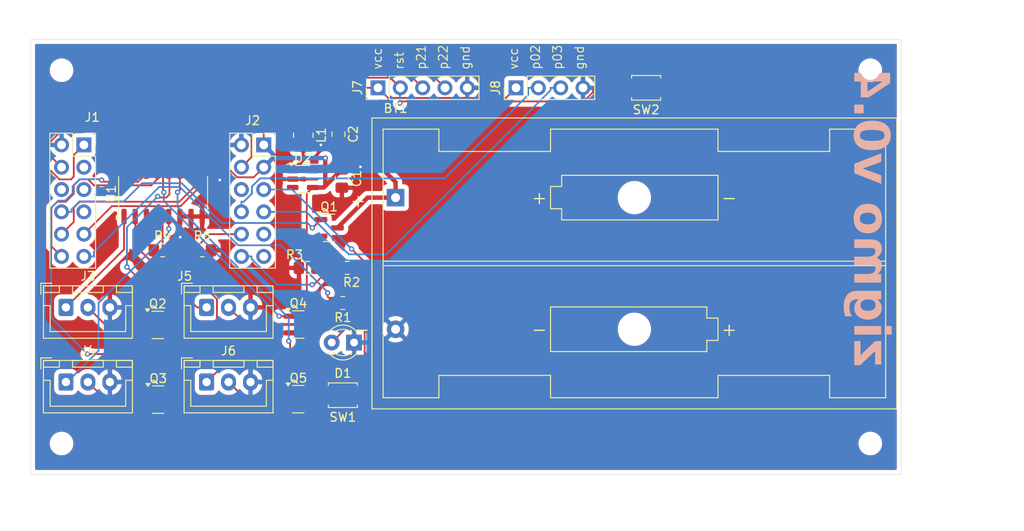
<source format=kicad_pcb>
(kicad_pcb (version 20240108) (generator "pcbnew") (generator_version "8.0")
  (layers (0 "F.Cu" signal) (31 "B.Cu" signal) (34 "B.Paste" user) (35 "F.Paste" user) (36 "B.SilkS" user "B.Silkscreen") (37 "F.SilkS" user "F.Silkscreen") (38 "B.Mask" user) (39 "F.Mask" user) (44 "Edge.Cuts" user))
  (net 0 "")
  (net 1 "Net-(BT1-+)")
  (net 2 "GND")
  (net 3 "Net-(D1-A)")
  (net 4 "/P20")
  (net 5 "/P14")
  (net 6 "/P16")
  (net 7 "/P11")
  (net 8 "/P15")
  (net 9 "/P17")
  (net 10 "/P13")
  (net 11 "/P10")
  (net 12 "/P12")
  (net 13 "/P04")
  (net 14 "/P05")
  (net 15 "/P00")
  (net 16 "/P06")
  (net 17 "/P03")
  (net 18 "/RST")
  (net 19 "/P07")
  (net 20 "/P02")
  (net 21 "/P01")
  (net 22 "Net-(J3-Pin_1)")
  (net 23 "Net-(J3-Pin_2)")
  (net 24 "Net-(J4-Pin_1)")
  (net 25 "Net-(J4-Pin_2)")
  (net 26 "Net-(J5-Pin_1)")
  (net 27 "Net-(J5-Pin_2)")
  (net 28 "Net-(J6-Pin_2)")
  (net 29 "Net-(J6-Pin_1)")
  (net 30 "Net-(U2-SW)")
  (net 31 "Net-(Q1-E)")
  (net 32 "/VCC")
  (net 33 "/P22")
  (net 34 "/P21")
  (net 37 "Net-(Q2-B)")
  (net 38 "Net-(Q3-B)")
  (net 39 "Net-(Q4-B)")
  (net 40 "Net-(Q5-B)")
  (net 41 "Net-(U1-Y)")
  (footprint "Connector_PinSocket_2.54mm:PinSocket_2x06_P2.54mm_Vertical" (layer "F.Cu") (at 134.5 66)
    (property "Reference" "J2" (at -1.27 -2.77 0) (layer "F.SilkS"))
    (property "Value" "Conn_02x06_R")
    (pad "1" thru_hole rect (at 0 0) (size 1.7 1.7) (drill 1) (layers "*.Cu" "*.Mask") (net 32 "/VCC"))
    (pad "2" thru_hole oval (at -2.54 0) (size 1.7 1.7) (drill 1) (layers "*.Cu" "*.Mask") (net 2 "GND"))
    (pad "3" thru_hole oval (at 0 2.54) (size 1.7 1.7) (drill 1) (layers "*.Cu" "*.Mask") (net 32 "/VCC"))
    (pad "4" thru_hole oval (at -2.54 2.54) (size 1.7 1.7) (drill 1) (layers "*.Cu" "*.Mask") (net 18 "/RST"))
    (pad "5" thru_hole oval (at 0 5.08) (size 1.7 1.7) (drill 1) (layers "*.Cu" "*.Mask") (net 21 "/P01"))
    (pad "6" thru_hole oval (at -2.54 5.08) (size 1.7 1.7) (drill 1) (layers "*.Cu" "*.Mask") (net 15 "/P00"))
    (pad "7" thru_hole oval (at 0 7.62) (size 1.7 1.7) (drill 1) (layers "*.Cu" "*.Mask") (net 17 "/P03"))
    (pad "8" thru_hole oval (at -2.54 7.62) (size 1.7 1.7) (drill 1) (layers "*.Cu" "*.Mask") (net 20 "/P02"))
    (pad "9" thru_hole oval (at 0 10.16) (size 1.7 1.7) (drill 1) (layers "*.Cu" "*.Mask") (net 14 "/P05"))
    (pad "10" thru_hole oval (at -2.54 10.16) (size 1.7 1.7) (drill 1) (layers "*.Cu" "*.Mask") (net 13 "/P04"))
    (pad "11" thru_hole oval (at 0 12.7) (size 1.7 1.7) (drill 1) (layers "*.Cu" "*.Mask") (net 19 "/P07"))
    (pad "12" thru_hole oval (at -2.54 12.7) (size 1.7 1.7) (drill 1) (layers "*.Cu" "*.Mask") (net 16 "/P06"))
  )
  (footprint "Resistor_SMD:R_0805_2012Metric_Pad1.20x1.40mm_HandSolder" (layer "F.Cu") (at 127.5 78)
    (property "Reference" "R6" (at 0 -1.65 0) (layer "F.SilkS"))
    (property "Value" "R")
    (pad "1" smd roundrect (at -1 0) (size 1.2 1.4) (layers "F.Cu" "F.Paste" "F.Mask") (roundrect_rratio 0.208333) (net 13 "/P04"))
    (pad "2" smd roundrect (at 1 0) (size 1.2 1.4) (layers "F.Cu" "F.Paste" "F.Mask") (roundrect_rratio 0.208333) (net 2 "GND"))
  )
  (footprint "Resistor_SMD:R_0805_2012Metric_Pad1.20x1.40mm_HandSolder" (layer "F.Cu") (at 143.5 84 180)
    (property "Reference" "R1" (at 0 -1.65 0) (layer "F.SilkS"))
    (property "Value" "47")
    (pad "1" smd roundrect (at -1 0 180) (size 1.2 1.4) (layers "F.Cu" "F.Paste" "F.Mask") (roundrect_rratio 0.208333) (net 3 "Net-(D1-A)"))
    (pad "2" smd roundrect (at 1 0 180) (size 1.2 1.4) (layers "F.Cu" "F.Paste" "F.Mask") (roundrect_rratio 0.208333) (net 11 "/P10"))
  )
  (footprint "Resistor_SMD:R_0805_2012Metric_Pad1.20x1.40mm_HandSolder" (layer "F.Cu") (at 123 78)
    (property "Reference" "R4" (at 0 -1.65 0) (layer "F.SilkS"))
    (property "Value" "R")
    (pad "1" smd roundrect (at -1 0) (size 1.2 1.4) (layers "F.Cu" "F.Paste" "F.Mask") (roundrect_rratio 0.208333) (net 41 "Net-(U1-Y)"))
    (pad "2" smd roundrect (at 1 0) (size 1.2 1.4) (layers "F.Cu" "F.Paste" "F.Mask") (roundrect_rratio 0.208333) (net 13 "/P04"))
  )
  (footprint "Resistor_SMD:R_0805_2012Metric_Pad1.20x1.40mm_HandSolder" (layer "F.Cu") (at 144 80 180)
    (property "Reference" "R2" (at -0.5 -1.65 0) (layer "F.SilkS"))
    (property "Value" "22 ohm")
    (pad "1" smd roundrect (at -1 0 180) (size 1.2 1.4) (layers "F.Cu" "F.Paste" "F.Mask") (roundrect_rratio 0.208333) (net 31 "Net-(Q1-E)"))
    (pad "2" smd roundrect (at 1 0 180) (size 1.2 1.4) (layers "F.Cu" "F.Paste" "F.Mask") (roundrect_rratio 0.208333) (net 16 "/P06"))
  )
  (footprint "MountingHole:MountingHole_2.2mm_M2" (layer "F.Cu") (at 111.5 57.5)
    (property "Reference" "REF4" (hide yes))
    (property "Value" "MountingHole_2.2mm_M2" (hide yes))
    (pad "" np_thru_hole circle (at 0 0) (size 2.2 2.2) (drill 2.2) (layers "F&B.Cu" "*.Mask"))
  )
  (footprint "Inductor_SMD:L_1008_2520Metric_Pad1.43x2.20mm_HandSolder" (layer "F.Cu") (at 139 64.9 -90)
    (property "Reference" "L1" (at 0 -2.05 90) (layer "F.SilkS"))
    (property "Value" "4.7mh")
    (pad "1" smd roundrect (at -1.1625 0 270) (size 1.425 2.2) (layers "F.Cu" "F.Paste" "F.Mask") (roundrect_rratio 0.175439) (net 1 "Net-(BT1-+)"))
    (pad "2" smd roundrect (at 1.1625 0 270) (size 1.425 2.2) (layers "F.Cu" "F.Paste" "F.Mask") (roundrect_rratio 0.175439) (net 30 "Net-(U2-SW)"))
  )
  (footprint "Connector_PinHeader_2.54mm:PinHeader_1x04_P2.54mm_Vertical" (layer "F.Cu") (at 163.2 59.5 90)
    (property "Reference" "J8" (at 0 -2.33 90) (layer "F.SilkS"))
    (property "Value" "UART")
    (pad "1" thru_hole rect (at 0 0 90) (size 1.7 1.7) (drill 1) (layers "*.Cu" "*.Mask") (net 32 "/VCC"))
    (pad "2" thru_hole oval (at 0 2.54 90) (size 1.7 1.7) (drill 1) (layers "*.Cu" "*.Mask") (net 20 "/P02"))
    (pad "3" thru_hole oval (at 0 5.08 90) (size 1.7 1.7) (drill 1) (layers "*.Cu" "*.Mask") (net 17 "/P03"))
    (pad "4" thru_hole oval (at 0 7.62 90) (size 1.7 1.7) (drill 1) (layers "*.Cu" "*.Mask") (net 2 "GND"))
  )
  (footprint "Button_Switch_SMD:SW_SPST_B3U-1000P" (layer "F.Cu") (at 143.5 94.5 180)
    (property "Reference" "SW1" (at 0 -2.5 0) (layer "F.SilkS"))
    (property "Value" "SW_Push")
    (pad "1" smd rect (at -1.7 0 180) (size 0.9 1.7) (layers "F.Cu" "F.Paste" "F.Mask") (net 21 "/P01"))
    (pad "2" smd rect (at 1.7 0 180) (size 0.9 1.7) (layers "F.Cu" "F.Paste" "F.Mask") (net 2 "GND"))
  )
  (footprint "Connector_JST:JST_XH_B3B-XH-A_1x03_P2.50mm_Vertical" (layer "F.Cu") (at 128 84.5)
    (property "Reference" "J5" (at -2.5 -3.55 0) (layer "F.SilkS"))
    (property "Value" "Conn_01x03_Socket")
    (pad "1" thru_hole roundrect (at 0 0) (size 1.7 1.95) (drill 0.95) (layers "*.Cu" "*.Mask") (roundrect_rratio 0.147059) (net 26 "Net-(J5-Pin_1)"))
    (pad "2" thru_hole oval (at 2.5 0) (size 1.7 1.95) (drill 0.95) (layers "*.Cu" "*.Mask") (net 27 "Net-(J5-Pin_2)"))
    (pad "3" thru_hole oval (at 5 0) (size 1.7 1.95) (drill 0.95) (layers "*.Cu" "*.Mask") (net 2 "GND"))
  )
  (footprint "Capacitor_SMD:C_0805_2012Metric_Pad1.18x1.45mm_HandSolder" (layer "F.Cu") (at 143 64.775 -90)
    (property "Reference" "C2" (at 0 -1.68 -90) (layer "F.SilkS"))
    (property "Value" "2.2mf")
    (pad "1" smd roundrect (at -1.0375 0 270) (size 1.175 1.45) (layers "F.Cu" "F.Paste" "F.Mask") (roundrect_rratio 0.212766) (net 1 "Net-(BT1-+)"))
    (pad "2" smd roundrect (at 1.0375 0 270) (size 1.175 1.45) (layers "F.Cu" "F.Paste" "F.Mask") (roundrect_rratio 0.212766) (net 2 "GND"))
  )
  (footprint "Connector_JST:JST_XH_B3B-XH-A_1x03_P2.50mm_Vertical" (layer "F.Cu") (at 112 93)
    (property "Reference" "J4" (at 2.5 -3.55 0) (layer "F.SilkS"))
    (property "Value" "Conn_01x03_Socket")
    (pad "1" thru_hole roundrect (at 0 0) (size 1.7 1.95) (drill 0.95) (layers "*.Cu" "*.Mask") (roundrect_rratio 0.147059) (net 24 "Net-(J4-Pin_1)"))
    (pad "2" thru_hole oval (at 2.5 0) (size 1.7 1.95) (drill 0.95) (layers "*.Cu" "*.Mask") (net 25 "Net-(J4-Pin_2)"))
    (pad "3" thru_hole oval (at 5 0) (size 1.7 1.95) (drill 0.95) (layers "*.Cu" "*.Mask") (net 2 "GND"))
  )
  (footprint "Package_TO_SOT_SMD:SOT-23" (layer "F.Cu") (at 138.4375 94.95)
    (property "Reference" "Q5" (at 0 -2.4 0) (layer "F.SilkS"))
    (property "Value" "MMBT2222A")
    (pad "1" smd roundrect (at -0.9375 -0.95) (size 1.475 0.6) (layers "F.Cu" "F.Paste" "F.Mask") (net 40 "Net-(Q5-B)"))
    (pad "2" smd roundrect (at -0.9375 0.95) (size 1.475 0.6) (layers "F.Cu" "F.Paste" "F.Mask") (net 28 "Net-(J6-Pin_2)"))
    (pad "3" smd roundrect (at 0.9375 0) (size 1.475 0.6) (layers "F.Cu" "F.Paste" "F.Mask") (net 32 "/VCC"))
  )
  (footprint "MountingHole:MountingHole_2.2mm_M2" (layer "F.Cu") (at 111.5 100)
    (property "Reference" "REF3" (hide yes))
    (property "Value" "MountingHole_2.2mm_M2" (hide yes))
    (pad "" np_thru_hole circle (at 0 0) (size 2.2 2.2) (drill 2.2) (layers "F&B.Cu" "*.Mask"))
  )
  (footprint "Connector_PinHeader_2.54mm:PinHeader_1x05_P2.54mm_Vertical" (layer "F.Cu") (at 147.5 59.5 90)
    (property "Reference" "J7" (at 0 -2.33 90) (layer "F.SilkS"))
    (property "Value" "DBG")
    (pad "1" thru_hole rect (at 0 0 90) (size 1.7 1.7) (drill 1) (layers "*.Cu" "*.Mask") (net 32 "/VCC"))
    (pad "2" thru_hole oval (at 0 2.54 90) (size 1.7 1.7) (drill 1) (layers "*.Cu" "*.Mask") (net 18 "/RST"))
    (pad "3" thru_hole oval (at 0 5.08 90) (size 1.7 1.7) (drill 1) (layers "*.Cu" "*.Mask") (net 34 "/P21"))
    (pad "4" thru_hole oval (at 0 7.62 90) (size 1.7 1.7) (drill 1) (layers "*.Cu" "*.Mask") (net 33 "/P22"))
    (pad "5" thru_hole oval (at 0 10.16 90) (size 1.7 1.7) (drill 1) (layers "*.Cu" "*.Mask") (net 2 "GND"))
  )
  (footprint "Package_TO_SOT_SMD:SOT-23" (layer "F.Cu") (at 141.9375 75.45)
    (property "Reference" "Q1" (at 0 -2.4 0) (layer "F.SilkS"))
    (property "Value" "MMBT2222A")
    (pad "1" smd roundrect (at -0.9375 -0.95) (size 1.475 0.6) (layers "F.Cu" "F.Paste" "F.Mask") (net 8 "/P15"))
    (pad "2" smd roundrect (at -0.9375 0.95) (size 1.475 0.6) (layers "F.Cu" "F.Paste" "F.Mask") (net 31 "Net-(Q1-E)"))
    (pad "3" smd roundrect (at 0.9375 0) (size 1.475 0.6) (layers "F.Cu" "F.Paste" "F.Mask") (net 1 "Net-(BT1-+)"))
  )
  (footprint "Battery:BatteryHolder_Keystone_2462_2xAA" (layer "F.Cu") (at 149.5 72)
    (property "Reference" "BT1" (at 0 -10.16 180) (layer "F.SilkS"))
    (property "Value" "Battery")
    (fp_text user "+" (at -4.25695 0.33445 0) (layer "F.SilkS") (effects (font (size 1.5 1.5))))
    (fp_text user "-" (at -3.81 14.99 0) (layer "F.SilkS") (effects (font (size 1.5 1.5))))
    (fp_text user "-" (at 37.945 0 0) (layer "F.SilkS") (effects (font (size 1.5 1.5))))
    (fp_text user "+" (at 16.355 0 0) (layer "F.SilkS") (effects (font (size 1.5 1.5))))
    (fp_text user "+" (at 37.945 14.99 0) (layer "F.SilkS") (effects (font (size 1.5 1.5))))
    (fp_text user "-" (at 16.355 14.99 0) (layer "F.SilkS") (effects (font (size 1.5 1.5))))
    (pad "" np_thru_hole circle (at 27.165 0) (size 3.3 3.3) (drill 3.3) (layers "*.Cu" "*.Mask"))
    (pad "" np_thru_hole circle (at 27.165 14.99) (size 3.3 3.3) (drill 3.3) (layers "*.Cu" "*.Mask"))
    (pad "1" thru_hole rect (at 0 0) (size 2 2) (drill 1.02) (layers "*.Cu" "*.Mask") (net 1 "Net-(BT1-+)"))
    (pad "2" thru_hole circle (at 0 14.99) (size 2 2) (drill 1.02) (layers "*.Cu" "*.Mask") (net 2 "GND"))
  )
  (footprint "Connector_PinSocket_2.54mm:PinSocket_2x06_P2.54mm_Vertical" (layer "F.Cu") (at 114.04 66)
    (property "Reference" "J1" (at 0.96 -3.15 0) (layer "F.SilkS"))
    (property "Value" "Conn_02x06_L")
    (pad "1" thru_hole rect (at 0 0) (size 1.7 1.7) (drill 1) (layers "*.Cu" "*.Mask") (net 33 "/P22"))
    (pad "2" thru_hole oval (at -2.54 0) (size 1.7 1.7) (drill 1) (layers "*.Cu" "*.Mask") (net 2 "GND"))
    (pad "3" thru_hole oval (at 0 2.54) (size 1.7 1.7) (drill 1) (layers "*.Cu" "*.Mask") (net 4 "/P20"))
    (pad "4" thru_hole oval (at -2.54 2.54) (size 1.7 1.7) (drill 1) (layers "*.Cu" "*.Mask") (net 34 "/P21"))
    (pad "5" thru_hole oval (at 0 5.08) (size 1.7 1.7) (drill 1) (layers "*.Cu" "*.Mask") (net 6 "/P16"))
    (pad "6" thru_hole oval (at -2.54 5.08) (size 1.7 1.7) (drill 1) (layers "*.Cu" "*.Mask") (net 9 "/P17"))
    (pad "7" thru_hole oval (at 0 7.62) (size 1.7 1.7) (drill 1) (layers "*.Cu" "*.Mask") (net 5 "/P14"))
    (pad "8" thru_hole oval (at -2.54 7.62) (size 1.7 1.7) (drill 1) (layers "*.Cu" "*.Mask") (net 8 "/P15"))
    (pad "9" thru_hole oval (at 0 10.16) (size 1.7 1.7) (drill 1) (layers "*.Cu" "*.Mask") (net 12 "/P12"))
    (pad "10" thru_hole oval (at -2.54 10.16) (size 1.7 1.7) (drill 1) (layers "*.Cu" "*.Mask") (net 10 "/P13"))
    (pad "11" thru_hole oval (at 0 12.7) (size 1.7 1.7) (drill 1) (layers "*.Cu" "*.Mask") (net 11 "/P10"))
    (pad "12" thru_hole oval (at -2.54 12.7) (size 1.7 1.7) (drill 1) (layers "*.Cu" "*.Mask") (net 7 "/P11"))
  )
  (footprint "Resistor_SMD:R_0805_2012Metric_Pad1.20x1.40mm_HandSolder" (layer "F.Cu") (at 139.5 80 180)
    (property "Reference" "R3" (at 1.5 1.5 0) (layer "F.SilkS"))
    (property "Value" "10 ohm")
    (pad "1" smd roundrect (at -1 0 180) (size 1.2 1.4) (layers "F.Cu" "F.Paste" "F.Mask") (roundrect_rratio 0.208333) (net 16 "/P06"))
    (pad "2" smd roundrect (at 1 0 180) (size 1.2 1.4) (layers "F.Cu" "F.Paste" "F.Mask") (roundrect_rratio 0.208333) (net 2 "GND"))
  )
  (footprint "Capacitor_SMD:C_0805_2012Metric_Pad1.18x1.45mm_HandSolder" (layer "F.Cu") (at 143.3881 69.8344 -90)
    (property "Reference" "C1" (at 0 -1.68 90) (layer "F.SilkS"))
    (property "Value" "22mf")
    (pad "1" smd roundrect (at -1.0375 0 270) (size 1.175 1.45) (layers "F.Cu" "F.Paste" "F.Mask") (roundrect_rratio 0.212766) (net 32 "/VCC"))
    (pad "2" smd roundrect (at 1.0375 0 270) (size 1.175 1.45) (layers "F.Cu" "F.Paste" "F.Mask") (roundrect_rratio 0.212766) (net 2 "GND"))
  )
  (footprint "MountingHole:MountingHole_2.2mm_M2" (layer "F.Cu") (at 203.5 100)
    (property "Reference" "REF2" (hide yes))
    (property "Value" "MountingHole_2.2mm_M2" (hide yes))
    (pad "" np_thru_hole circle (at 0 0) (size 2.2 2.2) (drill 2.2) (layers "F&B.Cu" "*.Mask"))
  )
  (footprint "Package_TO_SOT_SMD:SOT-23" (layer "F.Cu") (at 138.4375 86.45)
    (property "Reference" "Q4" (at 0 -2.4 0) (layer "F.SilkS"))
    (property "Value" "MMBT2222A")
    (pad "1" smd roundrect (at -0.9375 -0.95) (size 1.475 0.6) (layers "F.Cu" "F.Paste" "F.Mask") (net 39 "Net-(Q4-B)"))
    (pad "2" smd roundrect (at -0.9375 0.95) (size 1.475 0.6) (layers "F.Cu" "F.Paste" "F.Mask") (net 27 "Net-(J5-Pin_2)"))
    (pad "3" smd roundrect (at 0.9375 0) (size 1.475 0.6) (layers "F.Cu" "F.Paste" "F.Mask") (net 32 "/VCC"))
  )
  (footprint "Connector_JST:JST_XH_B3B-XH-A_1x03_P2.50mm_Vertical" (layer "F.Cu") (at 128 93)
    (property "Reference" "J6" (at 2.5 -3.55 0) (layer "F.SilkS"))
    (property "Value" "Conn_01x03_Socket")
    (pad "1" thru_hole roundrect (at 0 0) (size 1.7 1.95) (drill 0.95) (layers "*.Cu" "*.Mask") (roundrect_rratio 0.147059) (net 29 "Net-(J6-Pin_1)"))
    (pad "2" thru_hole oval (at 2.5 0) (size 1.7 1.95) (drill 0.95) (layers "*.Cu" "*.Mask") (net 28 "Net-(J6-Pin_2)"))
    (pad "3" thru_hole oval (at 5 0) (size 1.7 1.95) (drill 0.95) (layers "*.Cu" "*.Mask") (net 2 "GND"))
  )
  (footprint "Package_SO:SO-16_3.9x9.9mm_P1.27mm" (layer "F.Cu") (at 123.055 71.575 90)
    (property "Reference" "U1" (at 0 -5.9 90) (layer "F.SilkS"))
    (property "Value" "4052")
    (pad "1" smd roundrect (at -2.575 -4.445 90) (size 1.75 0.6) (layers "F.Cu" "F.Paste" "F.Mask") (net 22 "Net-(J3-Pin_1)"))
    (pad "2" smd roundrect (at -2.575 -3.175 90) (size 1.75 0.6) (layers "F.Cu" "F.Paste" "F.Mask") (net 26 "Net-(J5-Pin_1)"))
    (pad "3" smd roundrect (at -2.575 -1.905 90) (size 1.75 0.6) (layers "F.Cu" "F.Paste" "F.Mask") (net 41 "Net-(U1-Y)"))
    (pad "4" smd roundrect (at -2.575 -0.635 90) (size 1.75 0.6) (layers "F.Cu" "F.Paste" "F.Mask") (net 29 "Net-(J6-Pin_1)"))
    (pad "5" smd roundrect (at -2.575 0.635 90) (size 1.75 0.6) (layers "F.Cu" "F.Paste" "F.Mask") (net 24 "Net-(J4-Pin_1)"))
    (pad "6" smd roundrect (at -2.575 1.905 90) (size 1.75 0.6) (layers "F.Cu" "F.Paste" "F.Mask") (net 2 "GND"))
    (pad "7" smd roundrect (at -2.575 3.175 90) (size 1.75 0.6) (layers "F.Cu" "F.Paste" "F.Mask") (net 2 "GND"))
    (pad "8" smd roundrect (at -2.575 4.445 90) (size 1.75 0.6) (layers "F.Cu" "F.Paste" "F.Mask") (net 2 "GND"))
    (pad "9" smd roundrect (at 2.575 4.445 90) (size 1.75 0.6) (layers "F.Cu" "F.Paste" "F.Mask") (net 10 "/P13"))
    (pad "10" smd roundrect (at 2.575 3.175 90) (size 1.75 0.6) (layers "F.Cu" "F.Paste" "F.Mask") (net 12 "/P12"))
    (pad "11" smd roundrect (at 2.575 1.905 90) (size 1.75 0.6) (layers "F.Cu" "F.Paste" "F.Mask") (net 40 "Net-(Q5-B)"))
    (pad "12" smd roundrect (at 2.575 0.635 90) (size 1.75 0.6) (layers "F.Cu" "F.Paste" "F.Mask") (net 37 "Net-(Q2-B)"))
    (pad "13" smd roundrect (at 2.575 -0.635 90) (size 1.75 0.6) (layers "F.Cu" "F.Paste" "F.Mask") (net 7 "/P11"))
    (pad "14" smd roundrect (at 2.575 -1.905 90) (size 1.75 0.6) (layers "F.Cu" "F.Paste" "F.Mask") (net 38 "Net-(Q3-B)"))
    (pad "15" smd roundrect (at 2.575 -3.175 90) (size 1.75 0.6) (layers "F.Cu" "F.Paste" "F.Mask") (net 39 "Net-(Q4-B)"))
    (pad "16" smd roundrect (at 2.575 -4.445 90) (size 1.75 0.6) (layers "F.Cu" "F.Paste" "F.Mask") (net 32 "/VCC"))
  )
  (footprint "Package_TO_SOT_SMD:SOT-23-5" (layer "F.Cu") (at 138.9381 69.8969)
    (property "Reference" "U2" (at 0 -2.4 0) (layer "F.SilkS"))
    (property "Value" "TPS613221ADBV")
    (pad "1" smd roundrect (at -1.1375 -0.95) (size 1.325 0.6) (layers "F.Cu" "F.Paste" "F.Mask") (net 30 "Net-(U2-SW)"))
    (pad "2" smd roundrect (at -1.1375 0) (size 1.325 0.6) (layers "F.Cu" "F.Paste" "F.Mask") (net 2 "GND"))
    (pad "3" smd roundrect (at -1.1375 0.95) (size 1.325 0.6) (layers "F.Cu" "F.Paste" "F.Mask"))
    (pad "4" smd roundrect (at 1.1375 0.95) (size 1.325 0.6) (layers "F.Cu" "F.Paste" "F.Mask") (net 32 "/VCC"))
    (pad "5" smd roundrect (at 1.1375 -0.95) (size 1.325 0.6) (layers "F.Cu" "F.Paste" "F.Mask"))
  )
  (footprint "LED_THT:LED_D3.0mm" (layer "F.Cu") (at 144.775 88.5 180)
    (property "Reference" "D1" (at 1.275 -3.5 0) (layer "F.SilkS"))
    (property "Value" "LED")
    (pad "1" thru_hole rect (at 0 0 180) (size 1.8 1.8) (drill 0.9) (layers "*.Cu" "*.Mask") (net 2 "GND"))
    (pad "2" thru_hole circle (at 2.54 0 180) (size 1.8 1.8) (drill 0.9) (layers "*.Cu" "*.Mask") (net 3 "Net-(D1-A)"))
  )
  (footprint "Package_TO_SOT_SMD:SOT-23" (layer "F.Cu") (at 122.4375 86.5)
    (property "Reference" "Q2" (at 0 -2.4 0) (layer "F.SilkS"))
    (property "Value" "MMBT2222A")
    (pad "1" smd roundrect (at -0.9375 -0.95) (size 1.475 0.6) (layers "F.Cu" "F.Paste" "F.Mask") (net 37 "Net-(Q2-B)"))
    (pad "2" smd roundrect (at -0.9375 0.95) (size 1.475 0.6) (layers "F.Cu" "F.Paste" "F.Mask") (net 23 "Net-(J3-Pin_2)"))
    (pad "3" smd roundrect (at 0.9375 0) (size 1.475 0.6) (layers "F.Cu" "F.Paste" "F.Mask") (net 32 "/VCC"))
  )
  (footprint "Connector_JST:JST_XH_B3B-XH-A_1x03_P2.50mm_Vertical" (layer "F.Cu") (at 112 84.5)
    (property "Reference" "J3" (at 2.5 -3.55 0) (layer "F.SilkS"))
    (property "Value" "Conn_01x03_Socket")
    (pad "1" thru_hole roundrect (at 0 0) (size 1.7 1.95) (drill 0.95) (layers "*.Cu" "*.Mask") (roundrect_rratio 0.147059) (net 22 "Net-(J3-Pin_1)"))
    (pad "2" thru_hole oval (at 2.5 0) (size 1.7 1.95) (drill 0.95) (layers "*.Cu" "*.Mask") (net 23 "Net-(J3-Pin_2)"))
    (pad "3" thru_hole oval (at 5 0) (size 1.7 1.95) (drill 0.95) (layers "*.Cu" "*.Mask") (net 2 "GND"))
  )
  (footprint "Package_TO_SOT_SMD:SOT-23" (layer "F.Cu") (at 122.5 95)
    (property "Reference" "Q3" (at 0 -2.4 0) (layer "F.SilkS"))
    (property "Value" "MMBT2222A")
    (pad "1" smd roundrect (at -0.9375 -0.95) (size 1.475 0.6) (layers "F.Cu" "F.Paste" "F.Mask") (net 38 "Net-(Q3-B)"))
    (pad "2" smd roundrect (at -0.9375 0.95) (size 1.475 0.6) (layers "F.Cu" "F.Paste" "F.Mask") (net 25 "Net-(J4-Pin_2)"))
    (pad "3" smd roundrect (at 0.9375 0) (size 1.475 0.6) (layers "F.Cu" "F.Paste" "F.Mask") (net 32 "/VCC"))
  )
  (footprint "Button_Switch_SMD:SW_SPST_B3U-1000P" (layer "F.Cu") (at 178 59.5 180)
    (property "Reference" "SW2" (at 0 -2.5 0) (layer "F.SilkS"))
    (property "Value" "Reset")
    (pad "1" smd rect (at -1.7 0 180) (size 0.9 1.7) (layers "F.Cu" "F.Paste" "F.Mask") (net 2 "GND"))
    (pad "2" smd rect (at 1.7 0 180) (size 0.9 1.7) (layers "F.Cu" "F.Paste" "F.Mask") (net 18 "/RST"))
  )
  (footprint "MountingHole:MountingHole_2.2mm_M2" (layer "F.Cu") (at 203.5 57.5)
    (property "Reference" "REF1" (hide yes))
    (property "Value" "MountingHole_2.2mm_M2" (hide yes))
    (pad "" np_thru_hole circle (at 0 0) (size 2.2 2.2) (drill 2.2) (layers "*.Cu" "*.Mask"))
  )
  (gr_line (start 139 67.5) (end 138 69) (stroke (width 0.5)) (layer "F.Cu") (net 30))
  (gr_rect (start 108 54) (end 207 103.5) (stroke (width 0.05)) (fill none) (layer "Edge.Cuts"))
  (gr_text "zigmo v0.4" (at 201 91.325 270) (layer "B.SilkS") (effects (font (size 4 4) (thickness 0.8) (bold yes)) (justify left bottom mirror)))
  (gr_text "p21\n" (at 153 57.5 90) (layer "F.SilkS") (effects (font (size 1 1) (thickness 0.125)) (justify left bottom)))
  (gr_text "vcc" (at 148 57.5 90) (layer "F.SilkS") (effects (font (size 1 1) (thickness 0.125)) (justify left bottom)))
  (gr_text "p02" (at 166 57.5 90) (layer "F.SilkS") (effects (font (size 1 1) (thickness 0.125)) (justify left bottom)))
  (gr_text "gnd" (at 158 57.5 90) (layer "F.SilkS") (effects (font (size 1 1) (thickness 0.125)) (justify left bottom)))
  (gr_text "p03" (at 168.5 57.5 90) (layer "F.SilkS") (effects (font (size 1 1) (thickness 0.125)) (justify left bottom)))
  (gr_text "vcc" (at 163.5 57.5 90) (layer "F.SilkS") (effects (font (size 1 1) (thickness 0.125)) (justify left bottom)))
  (gr_text "rst" (at 150.5 57.5 90) (layer "F.SilkS") (effects (font (size 1 1) (thickness 0.125)) (justify left bottom)))
  (gr_text "gnd" (at 171 57.5 90) (layer "F.SilkS") (effects (font (size 1 1) (thickness 0.125)) (justify left bottom)))
  (gr_text "p22" (at 155.5 57.5 90) (layer "F.SilkS") (effects (font (size 1 1) (thickness 0.125)) (justify left bottom)))
  (segment (start 149.5 72) (end 146.325 72) (width 0.5) (layer "F.Cu") (net 1))
  (segment (start 141.5 63.7375) (end 139 63.7375) (width 0.5) (layer "F.Cu") (net 1))
  (segment (start 143 63.7375) (end 141.5 63.7375) (width 0.5) (layer "F.Cu") (net 1))
  (segment (start 149.5 70.2375) (end 143 63.7375) (width 0.5) (layer "F.Cu") (net 1))
  (segment (start 146.325 72) (end 142.875 75.45) (width 0.5) (layer "F.Cu") (net 1))
  (segment (start 149.5 72) (end 149.5 70.2375) (width 0.5) (layer "F.Cu") (net 1))
  (via (at 145.5 68.5) (size 0.6) (drill 0.3) (layers "F.Cu" "B.Cu") (net 2))
  (via (at 141 66) (size 0.6) (drill 0.3) (layers "F.Cu" "B.Cu") (net 2))
  (via (at 125 76.5) (size 0.6) (drill 0.3) (layers "F.Cu" "B.Cu") (net 2))
  (via (at 129.5 70) (size 0.6) (drill 0.3) (layers "F.Cu" "B.Cu") (net 2))
  (segment (start 144.5 86.235) (end 144.5 84) (width 0.2) (layer "F.Cu") (net 3))
  (segment (start 142.235 88.5) (end 144.5 86.235) (width 0.2) (layer "F.Cu") (net 3))
  (segment (start 113.564 69.93) (end 112.89 70.6037) (width 0.2) (layer "F.Cu") (net 7))
  (segment (start 111.976 72.47) (end 111.024 72.47) (width 0.2) (layer "F.Cu") (net 7))
  (segment (start 112.89 70.6037) (end 112.89 71.5563) (width 0.2) (layer "F.Cu") (net 7))
  (segment (start 110.35 77.55) (end 111.5 78.7) (width 0.2) (layer "F.Cu") (net 7))
  (segment (start 121.691 70.6037) (end 115.19 70.6037) (width 0.2) (layer "F.Cu") (net 7))
  (segment (start 112.89 71.5563) (end 111.976 72.47) (width 0.2) (layer "F.Cu") (net 7))
  (segment (start 115.19 70.6037) (end 114.516 69.93) (width 0.2) (layer "F.Cu") (net 7))
  (segment (start 111.024 72.47) (end 110.35 73.1437) (width 0.2) (layer "F.Cu") (net 7))
  (segment (start 122.42 69.875) (end 121.691 70.6037) (width 0.2) (layer "F.Cu") (net 7))
  (segment (start 114.516 69.93) (end 113.564 69.93) (width 0.2) (layer "F.Cu") (net 7))
  (segment (start 122.42 69) (end 122.42 69.875) (width 0.2) (layer "F.Cu") (net 7))
  (segment (start 110.35 73.1437) (end 110.35 77.55) (width 0.2) (layer "F.Cu") (net 7))
  (segment (start 140.0506 75.4494) (end 140.0342 75.4494) (width 0.2) (layer "F.Cu") (net 8))
  (segment (start 141 74.5) (end 140.0506 75.4494) (width 0.2) (layer "F.Cu") (net 8))
  (via (at 140.0342 75.4494) (size 0.6) (drill 0.3) (layers "F.Cu" "B.Cu") (net 8))
  (segment (start 129.7067 74.893) (end 139.4778 74.893) (width 0.2) (layer "B.Cu") (net 8))
  (segment (start 120.6607 70.3655) (end 125.1792 70.3655) (width 0.2) (layer "B.Cu") (net 8))
  (segment (start 112.6517 73.62) (end 112.6517 73.3321) (width 0.2) (layer "B.Cu") (net 8))
  (segment (start 112.6517 73.3321) (end 113.5544 72.4294) (width 0.2) (layer "B.Cu") (net 8))
  (segment (start 125.1792 70.3655) (end 129.7067 74.893) (width 0.2) (layer "B.Cu") (net 8))
  (segment (start 113.5544 72.4294) (end 118.5968 72.4294) (width 0.2) (layer "B.Cu") (net 8))
  (segment (start 139.4778 74.893) (end 140.0342 75.4494) (width 0.2) (layer "B.Cu") (net 8))
  (segment (start 118.5968 72.4294) (end 120.6607 70.3655) (width 0.2) (layer "B.Cu") (net 8))
  (segment (start 111.5 73.62) (end 112.6517 73.62) (width 0.2) (layer "B.Cu") (net 8))
  (segment (start 112.89 74.77) (end 111.5 76.16) (width 0.2) (layer "F.Cu") (net 10))
  (segment (start 127.5 69.875) (end 124.905 72.47) (width 0.2) (layer "F.Cu") (net 10))
  (segment (start 127.5 69) (end 127.5 69.875) (width 0.2) (layer "F.Cu") (net 10))
  (segment (start 124.905 72.47) (end 113.564 72.47) (width 0.2) (layer "F.Cu") (net 10))
  (segment (start 113.564 72.47) (end 112.89 73.1437) (width 0.2) (layer "F.Cu") (net 10))
  (segment (start 112.89 73.1437) (end 112.89 74.77) (width 0.2) (layer "F.Cu") (net 10))
  (segment (start 142.5 84) (end 141.7651 83.2651) (width 0.2) (layer "F.Cu") (net 11))
  (segment (start 141.7651 83.2651) (end 141.7651 82.8552) (width 0.2) (layer "F.Cu") (net 11))
  (via (at 141.7651 82.8552) (size 0.6) (drill 0.3) (layers "F.Cu" "B.Cu") (net 11))
  (segment (start 122.6026 70.7852) (end 124.9514 70.7852) (width 0.2) (layer "B.Cu") (net 11))
  (segment (start 136.4377 77.43) (end 141.7651 82.7574) (width 0.2) (layer "B.Cu") (net 11))
  (segment (start 115.1917 78.1961) (end 122.6026 70.7852) (width 0.2) (layer "B.Cu") (net 11))
  (segment (start 124.9514 70.7852) (end 131.5962 77.43) (width 0.2) (layer "B.Cu") (net 11))
  (segment (start 115.1917 78.7) (end 115.1917 78.1961) (width 0.2) (layer "B.Cu") (net 11))
  (segment (start 131.5962 77.43) (end 136.4377 77.43) (width 0.2) (layer "B.Cu") (net 11))
  (segment (start 114.04 78.7) (end 115.1917 78.7) (width 0.2) (layer "B.Cu") (net 11))
  (segment (start 141.7651 82.7574) (end 141.7651 82.8552) (width 0.2) (layer "B.Cu") (net 11))
  (segment (start 125.041 72.975) (end 128.1 69.9156) (width 0.2) (layer "F.Cu") (net 12))
  (segment (start 114.04 76.16) (end 117.225 72.975) (width 0.2) (layer "F.Cu") (net 12))
  (segment (start 128.1 69.9156) (end 128.1 68.0844) (width 0.2) (layer "F.Cu") (net 12))
  (segment (start 127.159 67.825) (end 126.23 68.7544) (width 0.2) (layer "F.Cu") (net 12))
  (segment (start 128.1 68.0844) (end 127.841 67.825) (width 0.2) (layer "F.Cu") (net 12))
  (segment (start 117.225 72.975) (end 125.041 72.975) (width 0.2) (layer "F.Cu") (net 12))
  (segment (start 127.841 67.825) (end 127.159 67.825) (width 0.2) (layer "F.Cu") (net 12))
  (segment (start 126.23 68.7544) (end 126.23 69) (width 0.2) (layer "F.Cu") (net 12))
  (segment (start 128.34 76.16) (end 131.96 76.16) (width 0.2) (layer "F.Cu") (net 13))
  (segment (start 126.5 78) (end 124 78) (width 0.2) (layer "F.Cu") (net 13))
  (segment (start 126.5 78) (end 128.34 76.16) (width 0.2) (layer "F.Cu") (net 13))
  (segment (start 140.5 80) (end 141.75 80) (width 0.2) (layer "F.Cu") (net 16))
  (segment (start 141.75 80) (end 141.75 80.3569) (width 0.2) (layer "F.Cu") (net 16))
  (segment (start 140.189 81.9179) (end 140.008 81.9179) (width 0.2) (layer "F.Cu") (net 16))
  (segment (start 141.75 80) (end 143 80) (width 0.2) (layer "F.Cu") (net 16))
  (segment (start 141.75 80.3569) (end 140.189 81.9179) (width 0.2) (layer "F.Cu") (net 16))
  (via (at 140.008 81.9179) (size 0.6) (drill 0.3) (layers "F.Cu" "B.Cu") (net 16))
  (segment (start 133.112 78.9685) (end 136.061 81.9179) (width 0.2) (layer "B.Cu") (net 16))
  (segment (start 131.96 78.7) (end 133.112 78.7) (width 0.2) (layer "B.Cu") (net 16))
  (segment (start 136.061 81.9179) (end 140.008 81.9179) (width 0.2) (layer "B.Cu") (net 16))
  (segment (start 133.112 78.7) (end 133.112 78.9685) (width 0.2) (layer "B.Cu") (net 16))
  (segment (start 139.3383 73.62) (end 134.5 73.62) (width 0.2) (layer "B.Cu") (net 17))
  (segment (start 168.28 59.5) (end 167.1283 59.5) (width 0.2) (layer "B.Cu") (net 17))
  (segment (start 148.4541 78.4621) (end 144.1804 78.4621) (width 0.2) (layer "B.Cu") (net 17))
  (segment (start 167.1283 59.5) (end 167.1283 59.7879) (width 0.2) (layer "B.Cu") (net 17))
  (segment (start 167.1283 59.7879) (end 148.4541 78.4621) (width 0.2) (layer "B.Cu") (net 17))
  (segment (start 144.1804 78.4621) (end 139.3383 73.62) (width 0.2) (layer "B.Cu") (net 17))
  (segment (start 176.3 59.5) (end 171.97 59.5) (width 0.2) (layer "F.Cu") (net 18))
  (segment (start 170.896 61.05) (end 150.2 61.05) (width 0.2) (layer "F.Cu") (net 18))
  (segment (start 148.89 58.35) (end 135.65 58.35) (width 0.2) (layer "F.Cu") (net 18))
  (segment (start 133.11 60.89) (end 133.11 67.39) (width 0.2) (layer "F.Cu") (net 18))
  (segment (start 150.04 59.5) (end 148.89 58.35) (width 0.2) (layer "F.Cu") (net 18))
  (segment (start 133.11 67.39) (end 131.96 68.54) (width 0.2) (layer "F.Cu") (net 18))
  (segment (start 135.65 58.35) (end 133.11 60.89) (width 0.2) (layer "F.Cu") (net 18))
  (segment (start 150.2 61.05) (end 150 61.25) (width 0.2) (layer "F.Cu") (net 18))
  (segment (start 171.97 59.9763) (end 170.896 61.05) (width 0.2) (layer "F.Cu") (net 18))
  (segment (start 171.97 59.5) (end 171.97 59.9763) (width 0.2) (layer "F.Cu") (net 18))
  (via (at 150 61.25) (size 0.6) (drill 0.3) (layers "F.Cu" "B.Cu") (net 18))
  (segment (start 150 61.25) (end 150 59.54) (width 0.2) (layer "B.Cu") (net 18))
  (segment (start 150 59.54) (end 150.04 59.5) (width 0.2) (layer "B.Cu") (net 18))
  (segment (start 133.1593 70.7323) (end 133.1593 71.5375) (width 0.2) (layer "B.Cu") (net 20))
  (segment (start 155.0701 69.81) (end 134.0816 69.81) (width 0.2) (layer "B.Cu") (net 20))
  (segment (start 164.5883 59.5) (end 164.5883 60.2918) (width 0.2) (layer "B.Cu") (net 20))
  (segment (start 164.5883 60.2918) (end 155.0701 69.81) (width 0.2) (layer "B.Cu") (net 20))
  (segment (start 165.74 59.5) (end 164.5883 59.5) (width 0.2) (layer "B.Cu") (net 20))
  (segment (start 134.0816 69.81) (end 133.1593 70.7323) (width 0.2) (layer "B.Cu") (net 20))
  (segment (start 132.2285 72.4683) (end 131.96 72.4683) (width 0.2) (layer "B.Cu") (net 20))
  (segment (start 131.96 73.62) (end 131.96 72.4683) (width 0.2) (layer "B.Cu") (net 20))
  (segment (start 133.1593 71.5375) (end 132.2285 72.4683) (width 0.2) (layer "B.Cu") (net 20))
  (segment (start 145.9784 94.4733) (end 145.9784 79.327) (width 0.2) (layer "F.Cu") (net 21))
  (segment (start 145.9784 79.327) (end 144.4959 77.8445) (width 0.2) (layer "F.Cu") (net 21))
  (segment (start 145.9517 94.5) (end 145.9784 94.4733) (width 0.2) (layer "F.Cu") (net 21))
  (segment (start 145.2 94.5) (end 145.9517 94.5) (width 0.2) (layer "F.Cu") (net 21))
  (via (at 144.4959 77.8445) (size 0.6) (drill 0.3) (layers "F.Cu" "B.Cu") (net 21))
  (segment (start 137.7314 71.08) (end 144.4959 77.8445) (width 0.2) (layer "B.Cu") (net 21))
  (segment (start 134.5 71.08) (end 137.7314 71.08) (width 0.2) (layer "B.Cu") (net 21))
  (segment (start 118.61 77.89) (end 118.61 74.15) (width 0.2) (layer "F.Cu") (net 22))
  (segment (start 112 84.5) (end 118.61 77.89) (width 0.2) (layer "F.Cu") (net 22))
  (segment (start 121.5 87.45) (end 117.45 87.45) (width 0.2) (layer "F.Cu") (net 23))
  (segment (start 117.45 87.45) (end 114.5 84.5) (width 0.2) (layer "F.Cu") (net 23))
  (segment (start 123.69 74.15) (end 123.69 75.551) (width 0.2) (layer "F.Cu") (net 24))
  (via (at 123.69 75.551) (size 0.6) (drill 0.3) (layers "F.Cu" "B.Cu") (net 24))
  (segment (start 112 93) (end 112.1474 93) (width 0.2) (layer "B.Cu") (net 24))
  (segment (start 112.1474 93) (end 115.7096 89.4378) (width 0.2) (layer "B.Cu") (net 24))
  (segment (start 115.7096 89.4378) (end 115.7096 83.9911) (width 0.2) (layer "B.Cu") (net 24))
  (segment (start 123.69 76.0107) (end 123.69 75.551) (width 0.2) (layer "B.Cu") (net 24))
  (segment (start 115.7096 83.9911) (end 123.69 76.0107) (width 0.2) (layer "B.Cu") (net 24))
  (segment (start 117.45 95.95) (end 114.5 93) (width 0.2) (layer "F.Cu") (net 25))
  (segment (start 121.562 95.95) (end 117.45 95.95) (width 0.2) (layer "F.Cu") (net 25))
  (segment (start 121.562 95.95) (end 121.5625 95.95) (width 0.2) (layer "F.Cu") (net 25))
  (segment (start 119.88 74.15) (end 119.88 77.4647) (width 0.2) (layer "F.Cu") (net 26))
  (segment (start 119.88 77.4647) (end 126.915 84.5) (width 0.2) (layer "F.Cu") (net 26))
  (segment (start 126.915 84.5) (end 128 84.5) (width 0.2) (layer "F.Cu") (net 26))
  (segment (start 133.4 87.4) (end 130.5 84.5) (width 0.2) (layer "F.Cu") (net 27))
  (segment (start 137.5 87.4) (end 133.4 87.4) (width 0.2) (layer "F.Cu") (net 27))
  (segment (start 137.5 95.9) (end 133.4 95.9) (width 0.2) (layer "F.Cu") (net 28))
  (segment (start 133.4 95.9) (end 130.5 93) (width 0.2) (layer "F.Cu") (net 28))
  (segment (start 126.6835 82.2715) (end 127.8869 82.2715) (width 0.2) (layer "F.Cu") (net 29))
  (segment (start 129.1775 83.5621) (end 129.1775 91.8225) (width 0.2) (layer "F.Cu") (net 29))
  (segment (start 123 74.73) (end 123 78.588) (width 0.2) (layer "F.Cu") (net 29))
  (segment (start 122.42 74.15) (end 123 74.73) (width 0.2) (layer "F.Cu") (net 29))
  (segment (start 127.8869 82.2715) (end 129.1775 83.5621) (width 0.2) (layer "F.Cu") (net 29))
  (segment (start 123 78.588) (end 126.6835 82.2715) (width 0.2) (layer "F.Cu") (net 29))
  (segment (start 129.1775 91.8225) (end 128 93) (width 0.2) (layer "F.Cu") (net 29))
  (segment (start 139 67.7475) (end 139 66.0625) (width 0.5) (layer "F.Cu") (net 30))
  (segment (start 137.8006 68.9469) (end 137.801 68.9469) (width 0.2) (layer "F.Cu") (net 30))
  (segment (start 144.6 80) (end 145 80) (width 0.2) (layer "F.Cu") (net 31))
  (segment (start 141 76.4) (end 144.6 80) (width 0.2) (layer "F.Cu") (net 31))
  (segment (start 131.484 69.69) (end 133.35 69.69) (width 0.2) (layer "F.Cu") (net 32))
  (segment (start 123.375 94.9375) (end 123.4377 94.9998) (width 0.2) (layer "F.Cu") (net 32))
  (segment (start 162.05 60.65) (end 148.65 60.65) (width 0.2) (layer "F.Cu") (net 32))
  (segment (start 163.2 59.5) (end 162.05 60.65) (width 0.2) (layer "F.Cu") (net 32))
  (segment (start 141.3381 70.8469) (end 141.5925 70.5925) (width 0.5) (layer "F.Cu") (net 32))
  (segment (start 147.5 59.5) (end 135.5 59.5) (width 0.2) (layer "F.Cu") (net 32))
  (segment (start 134.5 60.5) (end 134.5 66) (width 0.2) (layer "F.Cu") (net 32))
  (segment (start 119.345 67.39) (end 129.184 67.39) (width 0.2) (layer "F.Cu") (net 32))
  (segment (start 140.0756 70.8469) (end 141.3381 70.8469) (width 0.5) (layer "F.Cu") (net 32))
  (segment (start 129.184 67.39) (end 131.484 69.69) (width 0.2) (layer "F.Cu") (net 32))
  (segment (start 118.61 68.125) (end 119.345 67.39) (width 0.2) (layer "F.Cu") (net 32))
  (segment (start 123.375 86.5) (end 123.375 94.9375) (width 0.2) (layer "F.Cu") (net 32))
  (segment (start 143.3881 68.7969) (end 143.388 68.7969) (width 0.2) (layer "F.Cu") (net 32))
  (segment (start 141.5925 70.5925) (end 141.5 70.5) (width 0.5) (layer "F.Cu") (net 32))
  (segment (start 124.938 96.5) (end 139.5 96.5) (width 0.2) (layer "F.Cu") (net 32))
  (segment (start 141.5925 70.5925) (end 143.3881 68.7969) (width 0.5) (layer "F.Cu") (net 32))
  (segment (start 139.4 86.425) (end 139.4 71.5225) (width 0.2) (layer "F.Cu") (net 32))
  (segment (start 139.5 96.5) (end 140 96) (width 0.2) (layer "F.Cu") (net 32))
  (segment (start 140.0756 70.8469) (end 140.076 70.8469) (width 0.2) (layer "F.Cu") (net 32))
  (segment (start 140 96) (end 140 95.575) (width 0.2) (layer "F.Cu") (net 32))
  (segment (start 123.4375 95) (end 123.4377 94.9998) (width 0.2) (layer "F.Cu") (net 32))
  (segment (start 123.4377 94.9998) (end 123.438 95) (width 0.2) (layer "F.Cu") (net 32))
  (segment (start 139.375 86.45) (end 139.4 86.425) (width 0.2) (layer "F.Cu") (net 32))
  (segment (start 139.4 71.5225) (end 140.076 70.8469) (width 0.2) (layer "F.Cu") (net 32))
  (segment (start 135.5 59.5) (end 134.5 60.5) (width 0.2) (layer "F.Cu") (net 32))
  (segment (start 118.61 69) (end 118.61 68.125) (width 0.2) (layer "F.Cu") (net 32))
  (segment (start 139.375 94.95) (end 139.375 86.45) (width 0.2) (layer "F.Cu") (net 32))
  (segment (start 133.35 69.69) (end 134.5 68.54) (width 0.2) (layer "F.Cu") (net 32))
  (segment (start 141.5 67.5) (end 141.5 70.5) (width 0.5) (layer "F.Cu") (net 32))
  (segment (start 140 95.575) (end 139.375 94.95) (width 0.2) (layer "F.Cu") (net 32))
  (segment (start 148.65 60.65) (end 147.5 59.5) (width 0.2) (layer "F.Cu") (net 32))
  (segment (start 123.438 95) (end 124.938 96.5) (width 0.2) (layer "F.Cu") (net 32))
  (via (at 141.5 67.5) (size 0.6) (drill 0.3) (layers "F.Cu" "B.Cu") (net 32))
  (segment (start 135.54 67.04) (end 134.5 66) (width 0.5) (layer "B.Cu") (net 32))
  (segment (start 135.54 67.5) (end 135.54 67.04) (width 0.5) (layer "B.Cu") (net 32))
  (segment (start 135.54 67.5) (end 134.5 68.54) (width 0.5) (layer "B.Cu") (net 32))
  (segment (start 141.5 67.5) (end 135.54 67.5) (width 0.5) (layer "B.Cu") (net 32))
  (segment (start 112.89 69.61) (end 112.89 67.15) (width 0.2) (layer "F.Cu") (net 33))
  (segment (start 117.55 57.55) (end 109.6 65.5) (width 0.2) (layer "F.Cu") (net 33))
  (segment (start 109.6 65.5) (end 109.6 68.2663) (width 0.2) (layer "F.Cu") (net 33))
  (segment (start 153.17 57.55) (end 117.55 57.55) (width 0.2) (layer "F.Cu") (net 33))
  (segment (start 112.89 67.15) (end 114.04 66) (width 0.2) (layer "F.Cu") (net 33))
  (segment (start 111.264 69.93) (end 112.57 69.93) (width 0.2) (layer "F.Cu") (net 33))
  (segment (start 155.12 59.5) (end 153.17 57.55) (width 0.2) (layer "F.Cu") (net 33))
  (segment (start 112.57 69.93) (end 112.89 69.61) (width 0.2) (layer "F.Cu") (net 33))
  (segment (start 109.6 68.2663) (end 111.264 69.93) (width 0.2) (layer "F.Cu") (net 33))
  (segment (start 152.58 59.5) (end 151.03 57.95) (width 0.2) (layer "F.Cu") (net 34))
  (segment (start 151.03 57.95) (end 117.924 57.95) (width 0.2) (layer "F.Cu") (net 34))
  (segment (start 117.924 57.95) (end 110 65.8737) (width 0.2) (layer "F.Cu") (net 34))
  (segment (start 110 67.04) (end 111.5 68.54) (width 0.2) (layer "F.Cu") (net 34))
  (segment (start 110 65.8737) (end 110 67.04) (width 0.2) (layer "F.Cu") (net 34))
  (segment (start 122.5706 71.9902) (end 122.4447 71.8643) (width 0.2) (layer "F.Cu") (net 37))
  (segment (start 118.9416 79.9009) (end 121.5 82.4593) (width 0.2) (layer "F.Cu") (net 37))
  (segment (start 123.7726 69.0826) (end 123.7726 71.6377) (width 0.2) (layer "F.Cu") (net 37))
  (segment (start 123.69 69) (end 123.7726 69.0826) (width 0.2) (layer "F.Cu") (net 37))
  (segment (start 123.7726 71.6377) (end 123.4201 71.9902) (width 0.2) (layer "F.Cu") (net 37))
  (segment (start 121.5 82.4593) (end 121.5 85.55) (width 0.2) (layer "F.Cu") (net 37))
  (segment (start 123.4201 71.9902) (end 122.5706 71.9902) (width 0.2) (layer "F.Cu") (net 37))
  (via (at 122.4447 71.8643) (size 0.6) (drill 0.3) (layers "F.Cu" "B.Cu") (net 37))
  (via (at 118.9416 79.9009) (size 0.6) (drill 0.3) (layers "F.Cu" "B.Cu") (net 37))
  (segment (start 118.9416 79.9009) (end 118.9416 75.3674) (width 0.2) (layer "B.Cu") (net 37))
  (segment (start 118.9416 75.3674) (end 122.4447 71.8643) (width 0.2) (layer "B.Cu") (net 37))
  (segment (start 117.3258 89.8133) (end 114.4534 89.8133) (width 0.2) (layer "F.Cu") (net 38))
  (segment (start 116.0582 70.0004) (end 116.2474 70.1896) (width 0.2) (layer "F.Cu") (net 38))
  (segment (start 120.2206 70.1896) (end 121.15 69.2602) (width 0.2) (layer "F.Cu") (net 38))
  (segment (start 121.15 69.2602) (end 121.15 69) (width 0.2) (layer "F.Cu") (net 38))
  (segment (start 121.5625 94.05) (end 117.3258 89.8133) (width 0.2) (layer "F.Cu") (net 38))
  (segment (start 116.2474 70.1896) (end 120.2206 70.1896) (width 0.2) (layer "F.Cu") (net 38))
  (via (at 114.4534 89.8133) (size 0.6) (drill 0.3) (layers "F.Cu" "B.Cu") (net 38))
  (via (at 116.0582 70.0004) (size 0.6) (drill 0.3) (layers "F.Cu" "B.Cu") (net 38))
  (segment (start 115.963 69.9052) (end 116.0582 70.0004) (width 0.2) (layer "B.Cu") (net 38))
  (segment (start 113.5594 69.9052) (end 115.963 69.9052) (width 0.2) (layer "B.Cu") (net 38))
  (segment (start 111.117 72.35) (end 111.9183 72.35) (width 0.2) (layer "B.Cu") (net 38))
  (segment (start 111.9183 72.35) (end 112.77 71.4983) (width 0.2) (layer "B.Cu") (net 38))
  (segment (start 112.77 71.4983) (end 112.77 70.6946) (width 0.2) (layer "B.Cu") (net 38))
  (segment (start 110.319 73.148) (end 111.117 72.35) (width 0.2) (layer "B.Cu") (net 38))
  (segment (start 110.319 85.6789) (end 110.319 73.148) (width 0.2) (layer "B.Cu") (net 38))
  (segment (start 114.4534 89.8133) (end 110.319 85.6789) (width 0.2) (layer "B.Cu") (net 38))
  (segment (start 112.77 70.6946) (end 113.5594 69.9052) (width 0.2) (layer "B.Cu") (net 38))
  (segment (start 120.811 67.8072) (end 122.7444 67.8072) (width 0.2) (layer "F.Cu") (net 39))
  (segment (start 119.88 68.7382) (end 120.811 67.8072) (width 0.2) (layer "F.Cu") (net 39))
  (segment (start 123.0535 71.3082) (end 123.1338 71.3885) (width 0.2) (layer "F.Cu") (net 39))
  (segment (start 119.88 69) (end 119.88 68.7382) (width 0.2) (layer "F.Cu") (net 39))
  (segment (start 122.7444 67.8072) (end 123.0535 68.1163) (width 0.2) (layer "F.Cu") (net 39))
  (segment (start 137.5 85.5) (end 136.257 85.5) (width 0.2) (layer "F.Cu") (net 39))
  (segment (start 123.0535 68.1163) (end 123.0535 71.3082) (width 0.2) (layer "F.Cu") (net 39))
  (via (at 136.257 85.5) (size 0.6) (drill 0.3) (layers "F.Cu" "B.Cu") (net 39))
  (via (at 123.1338 71.3885) (size 0.6) (drill 0.3) (layers "F.Cu" "B.Cu") (net 39))
  (segment (start 136.257 85.5) (end 123.1338 72.3768) (width 0.2) (layer "B.Cu") (net 39))
  (segment (start 123.1338 72.3768) (end 123.1338 71.3885) (width 0.2) (layer "B.Cu") (net 39))
  (segment (start 137.3385 88.3413) (end 137.5 88.5028) (width 0.2) (layer "F.Cu") (net 40))
  (segment (start 124.96 69) (end 124.96 71.1266) (width 0.2) (layer "F.Cu") (net 40))
  (segment (start 124.96 71.1266) (end 124.696 71.3906) (width 0.2) (layer "F.Cu") (net 40))
  (segment (start 137.5 88.5028) (end 137.5 94) (width 0.2) (layer "F.Cu") (net 40))
  (via (at 124.696 71.3906) (size 0.6) (drill 0.3) (layers "F.Cu" "B.Cu") (net 40))
  (via (at 137.3385 88.3413) (size 0.6) (drill 0.3) (layers "F.Cu" "B.Cu") (net 40))
  (segment (start 124.696 73.0648) (end 124.696 71.3906) (width 0.2) (layer "B.Cu") (net 40))
  (segment (start 137.3385 85.7073) (end 124.696 73.0648) (width 0.2) (layer "B.Cu") (net 40))
  (segment (start 137.3385 88.3413) (end 137.3385 85.7073) (width 0.2) (layer "B.Cu") (net 40))
  (segment (start 121.15 77.15) (end 121.15 74.15) (width 0.2) (layer "F.Cu") (net 41))
  (segment (start 122 78) (end 121.15 77.15) (width 0.2) (layer "F.Cu") (net 41))
  (zone (net 2) (net_name "GND") (layers "F&B.Cu") (connect_pads (clearance 0.5)) (min_thickness 0.25) (fill yes (thermal_gap 0.5) (thermal_bridge_width 0.5))
    (polygon (pts (xy 210.5 49.5) (xy 105.5 50) (xy 104.5 110) (xy 221 109.5) (xy 210 49.5)))
  )
)
</source>
